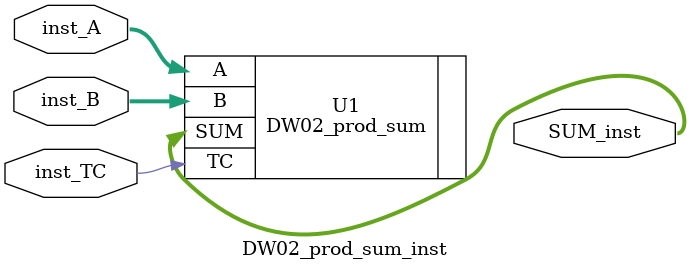
<source format=v>
module DW02_prod_sum_inst( inst_A, inst_B, inst_TC, SUM_inst );

  parameter A_width = 5;
  parameter B_width = 5;
  parameter num_inputs = 3;
  parameter SUM_width = 12;

  input [num_inputs*A_width-1 : 0] inst_A;
  input [num_inputs*B_width-1 : 0] inst_B;
  input inst_TC;
  output [SUM_width-1 : 0] SUM_inst;

  // Instance of DW02_prod_sum
  DW02_prod_sum #(A_width, B_width, num_inputs, SUM_width)
    U1 ( .A(inst_A), .B(inst_B), .TC(inst_TC), .SUM(SUM_inst) );

endmodule


</source>
